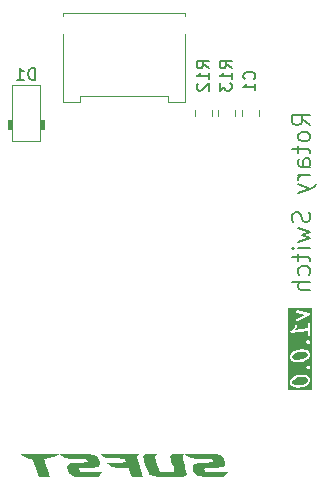
<source format=gbr>
%TF.GenerationSoftware,KiCad,Pcbnew,9.0.4*%
%TF.CreationDate,2026-01-01T20:18:17+00:00*%
%TF.ProjectId,rotary-switch,726f7461-7279-42d7-9377-697463682e6b,rev?*%
%TF.SameCoordinates,Original*%
%TF.FileFunction,Legend,Bot*%
%TF.FilePolarity,Positive*%
%FSLAX46Y46*%
G04 Gerber Fmt 4.6, Leading zero omitted, Abs format (unit mm)*
G04 Created by KiCad (PCBNEW 9.0.4) date 2026-01-01 20:18:17*
%MOMM*%
%LPD*%
G01*
G04 APERTURE LIST*
%ADD10C,0.200000*%
%ADD11C,0.150000*%
%ADD12C,0.120000*%
%ADD13C,0.000000*%
%ADD14C,0.100000*%
G04 APERTURE END LIST*
D10*
G36*
X126546226Y-64541844D02*
G01*
X126661017Y-64584891D01*
X126704977Y-64623355D01*
X126756028Y-64719076D01*
X126756028Y-64814580D01*
X126700266Y-64933075D01*
X126647980Y-64991896D01*
X126525813Y-65068250D01*
X126260513Y-65167738D01*
X125927457Y-65209370D01*
X125665827Y-65176666D01*
X125551038Y-65133620D01*
X125507080Y-65095156D01*
X125456028Y-64999434D01*
X125456028Y-64903931D01*
X125511791Y-64785434D01*
X125564074Y-64726615D01*
X125686239Y-64650262D01*
X125951544Y-64550773D01*
X126284600Y-64509141D01*
X126546226Y-64541844D01*
G37*
G36*
X126546226Y-62398987D02*
G01*
X126661017Y-62442034D01*
X126704977Y-62480498D01*
X126756028Y-62576219D01*
X126756028Y-62671723D01*
X126700266Y-62790218D01*
X126647980Y-62849039D01*
X126525813Y-62925393D01*
X126260513Y-63024881D01*
X125927457Y-63066513D01*
X125665827Y-63033809D01*
X125551038Y-62990763D01*
X125507080Y-62952299D01*
X125456028Y-62856577D01*
X125456028Y-62761074D01*
X125511791Y-62642577D01*
X125564074Y-62583758D01*
X125686239Y-62507405D01*
X125951544Y-62407916D01*
X126284600Y-62366284D01*
X126546226Y-62398987D01*
G37*
G36*
X127122695Y-65576557D02*
G01*
X125089361Y-65576557D01*
X125089361Y-64881577D01*
X125256028Y-64881577D01*
X125256028Y-65024434D01*
X125257949Y-65043943D01*
X125259829Y-65048483D01*
X125260307Y-65053375D01*
X125267793Y-65071493D01*
X125339222Y-65205422D01*
X125347311Y-65217553D01*
X125348189Y-65219328D01*
X125349244Y-65220451D01*
X125350097Y-65221731D01*
X125351622Y-65222984D01*
X125361606Y-65233620D01*
X125433035Y-65296121D01*
X125444688Y-65304452D01*
X125446181Y-65305847D01*
X125447647Y-65306568D01*
X125448982Y-65307522D01*
X125450923Y-65308178D01*
X125463773Y-65314496D01*
X125606630Y-65368067D01*
X125609184Y-65368748D01*
X125610218Y-65369336D01*
X125617942Y-65371083D01*
X125625571Y-65373118D01*
X125626755Y-65373077D01*
X125629338Y-65373662D01*
X125915054Y-65409377D01*
X125918750Y-65409473D01*
X125920264Y-65409890D01*
X125927457Y-65409701D01*
X125934650Y-65409890D01*
X125936163Y-65409473D01*
X125939861Y-65409377D01*
X126297003Y-65364734D01*
X126299585Y-65364149D01*
X126300771Y-65364190D01*
X126308405Y-65362154D01*
X126316123Y-65360408D01*
X126317155Y-65359820D01*
X126319712Y-65359139D01*
X126605427Y-65251996D01*
X126605635Y-65251893D01*
X126605752Y-65251874D01*
X126614397Y-65247585D01*
X126623019Y-65243347D01*
X126623104Y-65243266D01*
X126623314Y-65243163D01*
X126766171Y-65153877D01*
X126771405Y-65149841D01*
X126773515Y-65148819D01*
X126777452Y-65145179D01*
X126781697Y-65141908D01*
X126783057Y-65140000D01*
X126787912Y-65135514D01*
X126859340Y-65055157D01*
X126863288Y-65049725D01*
X126865037Y-65048134D01*
X126867750Y-65043585D01*
X126870866Y-65039300D01*
X126871641Y-65037065D01*
X126875082Y-65031299D01*
X126946510Y-64879513D01*
X126953079Y-64861043D01*
X126953191Y-64858652D01*
X126954107Y-64856443D01*
X126956028Y-64836934D01*
X126956028Y-64694077D01*
X126954107Y-64674568D01*
X126952226Y-64670027D01*
X126951749Y-64665136D01*
X126944263Y-64647018D01*
X126872835Y-64513090D01*
X126864741Y-64500952D01*
X126863867Y-64499183D01*
X126862815Y-64498062D01*
X126861960Y-64496780D01*
X126860430Y-64495522D01*
X126850450Y-64484891D01*
X126779021Y-64422391D01*
X126767371Y-64414062D01*
X126765876Y-64412665D01*
X126764405Y-64411942D01*
X126763074Y-64410990D01*
X126761135Y-64410334D01*
X126748284Y-64404016D01*
X126605427Y-64350444D01*
X126602869Y-64349761D01*
X126601837Y-64349175D01*
X126594121Y-64347429D01*
X126586485Y-64345393D01*
X126585299Y-64345433D01*
X126582717Y-64344849D01*
X126297003Y-64309135D01*
X126293306Y-64309038D01*
X126291793Y-64308622D01*
X126284599Y-64308810D01*
X126277407Y-64308622D01*
X126275893Y-64309038D01*
X126272196Y-64309135D01*
X125915053Y-64353778D01*
X125912470Y-64354362D01*
X125911286Y-64354322D01*
X125903657Y-64356356D01*
X125895933Y-64358104D01*
X125894899Y-64358691D01*
X125892345Y-64359373D01*
X125606630Y-64466516D01*
X125606418Y-64466619D01*
X125606304Y-64466639D01*
X125597719Y-64470896D01*
X125589037Y-64475165D01*
X125588951Y-64475245D01*
X125588742Y-64475349D01*
X125445885Y-64564634D01*
X125440648Y-64568671D01*
X125438541Y-64569693D01*
X125434605Y-64573329D01*
X125430360Y-64576603D01*
X125428999Y-64578510D01*
X125424144Y-64582998D01*
X125352716Y-64663355D01*
X125348768Y-64668785D01*
X125347020Y-64670377D01*
X125344303Y-64674930D01*
X125341191Y-64679212D01*
X125340417Y-64681442D01*
X125336975Y-64687211D01*
X125265546Y-64838997D01*
X125258977Y-64857467D01*
X125258864Y-64859858D01*
X125257949Y-64862068D01*
X125256028Y-64881577D01*
X125089361Y-64881577D01*
X125089361Y-63704741D01*
X126613430Y-63704741D01*
X126615450Y-63720907D01*
X126616407Y-63737168D01*
X126616580Y-63737525D01*
X126616607Y-63737924D01*
X126617905Y-63740549D01*
X126618269Y-63743457D01*
X126626319Y-63757614D01*
X126633429Y-63772278D01*
X126633728Y-63772544D01*
X126633904Y-63772899D01*
X126636713Y-63775892D01*
X126637557Y-63777375D01*
X126639589Y-63778956D01*
X126647321Y-63787192D01*
X126718750Y-63849692D01*
X126733501Y-63860238D01*
X126734021Y-63860700D01*
X126734266Y-63860785D01*
X126734697Y-63861093D01*
X126752831Y-63867225D01*
X126770884Y-63873489D01*
X126771281Y-63873465D01*
X126771658Y-63873593D01*
X126790674Y-63872324D01*
X126809835Y-63871198D01*
X126810195Y-63871023D01*
X126810590Y-63870997D01*
X126827672Y-63862549D01*
X126844944Y-63854175D01*
X126845332Y-63853815D01*
X126845565Y-63853701D01*
X126846021Y-63853178D01*
X126859341Y-63840870D01*
X126930769Y-63760513D01*
X126942295Y-63744655D01*
X126942424Y-63744280D01*
X126942687Y-63743981D01*
X126943626Y-63741203D01*
X126945424Y-63738892D01*
X126949743Y-63723183D01*
X126955083Y-63707793D01*
X126955059Y-63707395D01*
X126955187Y-63707019D01*
X126954992Y-63704098D01*
X126955770Y-63701270D01*
X126953747Y-63685094D01*
X126952792Y-63668842D01*
X126952618Y-63668483D01*
X126952592Y-63668088D01*
X126951293Y-63665462D01*
X126950930Y-63662553D01*
X126942876Y-63648391D01*
X126935769Y-63633732D01*
X126935472Y-63633468D01*
X126935296Y-63633112D01*
X126932483Y-63630116D01*
X126931642Y-63628636D01*
X126929611Y-63627056D01*
X126921879Y-63618820D01*
X126850451Y-63556320D01*
X126835694Y-63545769D01*
X126835179Y-63545311D01*
X126834935Y-63545226D01*
X126834504Y-63544918D01*
X126816349Y-63538778D01*
X126798316Y-63532522D01*
X126797918Y-63532545D01*
X126797542Y-63532418D01*
X126778397Y-63533694D01*
X126759365Y-63534814D01*
X126759009Y-63534986D01*
X126758610Y-63535013D01*
X126741373Y-63543536D01*
X126724256Y-63551836D01*
X126723869Y-63552192D01*
X126723635Y-63552309D01*
X126723173Y-63552836D01*
X126709859Y-63565141D01*
X126638430Y-63645497D01*
X126626905Y-63661355D01*
X126626774Y-63661730D01*
X126626512Y-63662031D01*
X126625573Y-63664807D01*
X126623775Y-63667119D01*
X126619456Y-63682825D01*
X126614116Y-63698218D01*
X126614139Y-63698616D01*
X126614012Y-63698993D01*
X126614206Y-63701915D01*
X126613430Y-63704741D01*
X125089361Y-63704741D01*
X125089361Y-62738720D01*
X125256028Y-62738720D01*
X125256028Y-62881577D01*
X125257949Y-62901086D01*
X125259829Y-62905626D01*
X125260307Y-62910518D01*
X125267793Y-62928636D01*
X125339222Y-63062565D01*
X125347311Y-63074696D01*
X125348189Y-63076471D01*
X125349244Y-63077594D01*
X125350097Y-63078874D01*
X125351622Y-63080127D01*
X125361606Y-63090763D01*
X125433035Y-63153264D01*
X125444688Y-63161595D01*
X125446181Y-63162990D01*
X125447647Y-63163711D01*
X125448982Y-63164665D01*
X125450923Y-63165321D01*
X125463773Y-63171639D01*
X125606630Y-63225210D01*
X125609184Y-63225891D01*
X125610218Y-63226479D01*
X125617942Y-63228226D01*
X125625571Y-63230261D01*
X125626755Y-63230220D01*
X125629338Y-63230805D01*
X125915054Y-63266520D01*
X125918750Y-63266616D01*
X125920264Y-63267033D01*
X125927457Y-63266844D01*
X125934650Y-63267033D01*
X125936163Y-63266616D01*
X125939861Y-63266520D01*
X126297003Y-63221877D01*
X126299585Y-63221292D01*
X126300771Y-63221333D01*
X126308405Y-63219297D01*
X126316123Y-63217551D01*
X126317155Y-63216963D01*
X126319712Y-63216282D01*
X126605427Y-63109139D01*
X126605635Y-63109036D01*
X126605752Y-63109017D01*
X126614397Y-63104728D01*
X126623019Y-63100490D01*
X126623104Y-63100409D01*
X126623314Y-63100306D01*
X126766171Y-63011020D01*
X126771405Y-63006984D01*
X126773515Y-63005962D01*
X126777452Y-63002322D01*
X126781697Y-62999051D01*
X126783057Y-62997143D01*
X126787912Y-62992657D01*
X126859340Y-62912300D01*
X126863288Y-62906868D01*
X126865037Y-62905277D01*
X126867750Y-62900728D01*
X126870866Y-62896443D01*
X126871641Y-62894208D01*
X126875082Y-62888442D01*
X126946510Y-62736656D01*
X126953079Y-62718186D01*
X126953191Y-62715795D01*
X126954107Y-62713586D01*
X126956028Y-62694077D01*
X126956028Y-62551220D01*
X126954107Y-62531711D01*
X126952226Y-62527170D01*
X126951749Y-62522279D01*
X126944263Y-62504161D01*
X126872835Y-62370233D01*
X126864741Y-62358095D01*
X126863867Y-62356326D01*
X126862815Y-62355205D01*
X126861960Y-62353923D01*
X126860430Y-62352665D01*
X126850450Y-62342034D01*
X126779021Y-62279534D01*
X126767371Y-62271205D01*
X126765876Y-62269808D01*
X126764405Y-62269085D01*
X126763074Y-62268133D01*
X126761135Y-62267477D01*
X126748284Y-62261159D01*
X126605427Y-62207587D01*
X126602869Y-62206904D01*
X126601837Y-62206318D01*
X126594121Y-62204572D01*
X126586485Y-62202536D01*
X126585299Y-62202576D01*
X126582717Y-62201992D01*
X126297003Y-62166278D01*
X126293306Y-62166181D01*
X126291793Y-62165765D01*
X126284599Y-62165953D01*
X126277407Y-62165765D01*
X126275893Y-62166181D01*
X126272196Y-62166278D01*
X125915053Y-62210921D01*
X125912470Y-62211505D01*
X125911286Y-62211465D01*
X125903657Y-62213499D01*
X125895933Y-62215247D01*
X125894899Y-62215834D01*
X125892345Y-62216516D01*
X125606630Y-62323659D01*
X125606418Y-62323762D01*
X125606304Y-62323782D01*
X125597719Y-62328039D01*
X125589037Y-62332308D01*
X125588951Y-62332388D01*
X125588742Y-62332492D01*
X125445885Y-62421777D01*
X125440648Y-62425814D01*
X125438541Y-62426836D01*
X125434605Y-62430472D01*
X125430360Y-62433746D01*
X125428999Y-62435653D01*
X125424144Y-62440141D01*
X125352716Y-62520498D01*
X125348768Y-62525928D01*
X125347020Y-62527520D01*
X125344303Y-62532073D01*
X125341191Y-62536355D01*
X125340417Y-62538585D01*
X125336975Y-62544354D01*
X125265546Y-62696140D01*
X125258977Y-62714610D01*
X125258864Y-62717001D01*
X125257949Y-62719211D01*
X125256028Y-62738720D01*
X125089361Y-62738720D01*
X125089361Y-61561884D01*
X126613430Y-61561884D01*
X126615450Y-61578050D01*
X126616407Y-61594311D01*
X126616580Y-61594668D01*
X126616607Y-61595067D01*
X126617905Y-61597692D01*
X126618269Y-61600600D01*
X126626319Y-61614757D01*
X126633429Y-61629421D01*
X126633728Y-61629687D01*
X126633904Y-61630042D01*
X126636713Y-61633035D01*
X126637557Y-61634518D01*
X126639589Y-61636099D01*
X126647321Y-61644335D01*
X126718750Y-61706835D01*
X126733501Y-61717381D01*
X126734021Y-61717843D01*
X126734266Y-61717928D01*
X126734697Y-61718236D01*
X126752831Y-61724368D01*
X126770884Y-61730632D01*
X126771281Y-61730608D01*
X126771658Y-61730736D01*
X126790674Y-61729467D01*
X126809835Y-61728341D01*
X126810195Y-61728166D01*
X126810590Y-61728140D01*
X126827672Y-61719692D01*
X126844944Y-61711318D01*
X126845332Y-61710958D01*
X126845565Y-61710844D01*
X126846021Y-61710321D01*
X126859341Y-61698013D01*
X126930769Y-61617656D01*
X126942295Y-61601798D01*
X126942424Y-61601423D01*
X126942687Y-61601124D01*
X126943626Y-61598346D01*
X126945424Y-61596035D01*
X126949743Y-61580326D01*
X126955083Y-61564936D01*
X126955059Y-61564538D01*
X126955187Y-61564162D01*
X126954992Y-61561241D01*
X126955770Y-61558413D01*
X126953747Y-61542237D01*
X126952792Y-61525985D01*
X126952618Y-61525626D01*
X126952592Y-61525231D01*
X126951293Y-61522605D01*
X126950930Y-61519696D01*
X126942876Y-61505534D01*
X126935769Y-61490875D01*
X126935472Y-61490611D01*
X126935296Y-61490255D01*
X126932483Y-61487259D01*
X126931642Y-61485779D01*
X126929611Y-61484199D01*
X126921879Y-61475963D01*
X126850451Y-61413463D01*
X126835694Y-61402912D01*
X126835179Y-61402454D01*
X126834935Y-61402369D01*
X126834504Y-61402061D01*
X126816349Y-61395921D01*
X126798316Y-61389665D01*
X126797918Y-61389688D01*
X126797542Y-61389561D01*
X126778397Y-61390837D01*
X126759365Y-61391957D01*
X126759009Y-61392129D01*
X126758610Y-61392156D01*
X126741373Y-61400679D01*
X126724256Y-61408979D01*
X126723869Y-61409335D01*
X126723635Y-61409452D01*
X126723173Y-61409979D01*
X126709859Y-61422284D01*
X126638430Y-61502640D01*
X126626905Y-61518498D01*
X126626774Y-61518873D01*
X126626512Y-61519174D01*
X126625573Y-61521950D01*
X126623775Y-61524262D01*
X126619456Y-61539968D01*
X126614116Y-61555361D01*
X126614139Y-61555759D01*
X126614012Y-61556136D01*
X126614206Y-61559058D01*
X126613430Y-61561884D01*
X125089361Y-61561884D01*
X125089361Y-60660099D01*
X125256287Y-60660099D01*
X125257239Y-60667718D01*
X125256353Y-60675342D01*
X125259635Y-60686892D01*
X125261126Y-60698816D01*
X125264921Y-60705490D01*
X125267020Y-60712874D01*
X125274477Y-60722293D01*
X125280414Y-60732733D01*
X125286472Y-60737445D01*
X125291239Y-60743466D01*
X125301733Y-60749314D01*
X125311213Y-60756688D01*
X125318614Y-60758723D01*
X125325321Y-60762461D01*
X125337252Y-60763848D01*
X125348835Y-60767033D01*
X125361739Y-60766695D01*
X125364078Y-60766967D01*
X125365368Y-60766600D01*
X125368431Y-60766520D01*
X126756028Y-60593070D01*
X126756028Y-60908363D01*
X126757949Y-60927872D01*
X126772881Y-60963920D01*
X126800471Y-60991510D01*
X126836519Y-61006442D01*
X126875537Y-61006442D01*
X126911585Y-60991510D01*
X126939175Y-60963920D01*
X126954107Y-60927872D01*
X126956028Y-60908363D01*
X126956028Y-60051220D01*
X126954107Y-60031711D01*
X126939175Y-59995663D01*
X126911585Y-59968073D01*
X126875537Y-59953141D01*
X126836519Y-59953141D01*
X126800471Y-59968073D01*
X126772881Y-59995663D01*
X126757949Y-60031711D01*
X126756028Y-60051220D01*
X126756028Y-60391513D01*
X125678755Y-60526172D01*
X125787912Y-60403372D01*
X125791860Y-60397939D01*
X125793608Y-60396349D01*
X125796323Y-60391797D01*
X125799437Y-60387514D01*
X125800210Y-60385283D01*
X125803653Y-60379515D01*
X125875082Y-60227729D01*
X125881651Y-60209259D01*
X125883489Y-60170284D01*
X125870273Y-60133572D01*
X125844014Y-60104712D01*
X125808710Y-60088099D01*
X125769735Y-60086260D01*
X125733023Y-60099476D01*
X125704163Y-60125735D01*
X125694118Y-60142569D01*
X125628836Y-60281291D01*
X125501386Y-60424672D01*
X125293958Y-60588887D01*
X125291754Y-60591013D01*
X125290587Y-60591678D01*
X125289140Y-60593537D01*
X125279854Y-60602503D01*
X125274005Y-60612997D01*
X125266632Y-60622477D01*
X125264596Y-60629878D01*
X125260859Y-60636585D01*
X125259471Y-60648516D01*
X125256287Y-60660099D01*
X125089361Y-60660099D01*
X125089361Y-58958760D01*
X125756078Y-58958760D01*
X125762472Y-58997251D01*
X125783108Y-59030365D01*
X125814846Y-59053062D01*
X125833415Y-59059345D01*
X126556881Y-59227292D01*
X125812598Y-59586143D01*
X125795859Y-59596346D01*
X125769873Y-59625452D01*
X125757003Y-59662287D01*
X125759209Y-59701242D01*
X125776154Y-59736389D01*
X125805260Y-59762375D01*
X125842095Y-59775245D01*
X125881050Y-59773039D01*
X125899458Y-59766297D01*
X126899458Y-59284155D01*
X126916197Y-59273952D01*
X126919830Y-59269882D01*
X126924459Y-59266998D01*
X126932722Y-59255442D01*
X126942183Y-59244846D01*
X126943982Y-59239697D01*
X126947155Y-59235260D01*
X126950367Y-59221420D01*
X126955053Y-59208011D01*
X126954744Y-59202565D01*
X126955978Y-59197253D01*
X126953651Y-59183243D01*
X126952848Y-59169055D01*
X126950478Y-59164140D01*
X126949585Y-59158762D01*
X126942074Y-59146710D01*
X126935902Y-59133909D01*
X126931831Y-59130274D01*
X126928948Y-59125648D01*
X126917394Y-59117385D01*
X126906796Y-59107923D01*
X126901648Y-59106124D01*
X126897211Y-59102951D01*
X126878641Y-59096668D01*
X125878641Y-58864525D01*
X125859203Y-58861985D01*
X125820712Y-58868379D01*
X125787598Y-58889015D01*
X125764901Y-58920753D01*
X125756078Y-58958760D01*
X125089361Y-58958760D01*
X125089361Y-58695318D01*
X127122695Y-58695318D01*
X127122695Y-65576557D01*
G37*
X126956027Y-43195862D02*
X126241741Y-42695862D01*
X126956027Y-42338719D02*
X125456027Y-42338719D01*
X125456027Y-42338719D02*
X125456027Y-42910148D01*
X125456027Y-42910148D02*
X125527456Y-43053005D01*
X125527456Y-43053005D02*
X125598884Y-43124434D01*
X125598884Y-43124434D02*
X125741741Y-43195862D01*
X125741741Y-43195862D02*
X125956027Y-43195862D01*
X125956027Y-43195862D02*
X126098884Y-43124434D01*
X126098884Y-43124434D02*
X126170313Y-43053005D01*
X126170313Y-43053005D02*
X126241741Y-42910148D01*
X126241741Y-42910148D02*
X126241741Y-42338719D01*
X126956027Y-44053005D02*
X126884599Y-43910148D01*
X126884599Y-43910148D02*
X126813170Y-43838719D01*
X126813170Y-43838719D02*
X126670313Y-43767291D01*
X126670313Y-43767291D02*
X126241741Y-43767291D01*
X126241741Y-43767291D02*
X126098884Y-43838719D01*
X126098884Y-43838719D02*
X126027456Y-43910148D01*
X126027456Y-43910148D02*
X125956027Y-44053005D01*
X125956027Y-44053005D02*
X125956027Y-44267291D01*
X125956027Y-44267291D02*
X126027456Y-44410148D01*
X126027456Y-44410148D02*
X126098884Y-44481577D01*
X126098884Y-44481577D02*
X126241741Y-44553005D01*
X126241741Y-44553005D02*
X126670313Y-44553005D01*
X126670313Y-44553005D02*
X126813170Y-44481577D01*
X126813170Y-44481577D02*
X126884599Y-44410148D01*
X126884599Y-44410148D02*
X126956027Y-44267291D01*
X126956027Y-44267291D02*
X126956027Y-44053005D01*
X125956027Y-44981577D02*
X125956027Y-45553005D01*
X125456027Y-45195862D02*
X126741741Y-45195862D01*
X126741741Y-45195862D02*
X126884599Y-45267291D01*
X126884599Y-45267291D02*
X126956027Y-45410148D01*
X126956027Y-45410148D02*
X126956027Y-45553005D01*
X126956027Y-46695863D02*
X126170313Y-46695863D01*
X126170313Y-46695863D02*
X126027456Y-46624434D01*
X126027456Y-46624434D02*
X125956027Y-46481577D01*
X125956027Y-46481577D02*
X125956027Y-46195863D01*
X125956027Y-46195863D02*
X126027456Y-46053005D01*
X126884599Y-46695863D02*
X126956027Y-46553005D01*
X126956027Y-46553005D02*
X126956027Y-46195863D01*
X126956027Y-46195863D02*
X126884599Y-46053005D01*
X126884599Y-46053005D02*
X126741741Y-45981577D01*
X126741741Y-45981577D02*
X126598884Y-45981577D01*
X126598884Y-45981577D02*
X126456027Y-46053005D01*
X126456027Y-46053005D02*
X126384599Y-46195863D01*
X126384599Y-46195863D02*
X126384599Y-46553005D01*
X126384599Y-46553005D02*
X126313170Y-46695863D01*
X126956027Y-47410148D02*
X125956027Y-47410148D01*
X126241741Y-47410148D02*
X126098884Y-47481577D01*
X126098884Y-47481577D02*
X126027456Y-47553006D01*
X126027456Y-47553006D02*
X125956027Y-47695863D01*
X125956027Y-47695863D02*
X125956027Y-47838720D01*
X125956027Y-48195862D02*
X126956027Y-48553005D01*
X125956027Y-48910148D02*
X126956027Y-48553005D01*
X126956027Y-48553005D02*
X127313170Y-48410148D01*
X127313170Y-48410148D02*
X127384599Y-48338719D01*
X127384599Y-48338719D02*
X127456027Y-48195862D01*
X126884599Y-50553005D02*
X126956027Y-50767291D01*
X126956027Y-50767291D02*
X126956027Y-51124433D01*
X126956027Y-51124433D02*
X126884599Y-51267291D01*
X126884599Y-51267291D02*
X126813170Y-51338719D01*
X126813170Y-51338719D02*
X126670313Y-51410148D01*
X126670313Y-51410148D02*
X126527456Y-51410148D01*
X126527456Y-51410148D02*
X126384599Y-51338719D01*
X126384599Y-51338719D02*
X126313170Y-51267291D01*
X126313170Y-51267291D02*
X126241741Y-51124433D01*
X126241741Y-51124433D02*
X126170313Y-50838719D01*
X126170313Y-50838719D02*
X126098884Y-50695862D01*
X126098884Y-50695862D02*
X126027456Y-50624433D01*
X126027456Y-50624433D02*
X125884599Y-50553005D01*
X125884599Y-50553005D02*
X125741741Y-50553005D01*
X125741741Y-50553005D02*
X125598884Y-50624433D01*
X125598884Y-50624433D02*
X125527456Y-50695862D01*
X125527456Y-50695862D02*
X125456027Y-50838719D01*
X125456027Y-50838719D02*
X125456027Y-51195862D01*
X125456027Y-51195862D02*
X125527456Y-51410148D01*
X125956027Y-51910147D02*
X126956027Y-52195862D01*
X126956027Y-52195862D02*
X126241741Y-52481576D01*
X126241741Y-52481576D02*
X126956027Y-52767290D01*
X126956027Y-52767290D02*
X125956027Y-53053004D01*
X126956027Y-53624433D02*
X125956027Y-53624433D01*
X125456027Y-53624433D02*
X125527456Y-53553005D01*
X125527456Y-53553005D02*
X125598884Y-53624433D01*
X125598884Y-53624433D02*
X125527456Y-53695862D01*
X125527456Y-53695862D02*
X125456027Y-53624433D01*
X125456027Y-53624433D02*
X125598884Y-53624433D01*
X125956027Y-54124434D02*
X125956027Y-54695862D01*
X125456027Y-54338719D02*
X126741741Y-54338719D01*
X126741741Y-54338719D02*
X126884599Y-54410148D01*
X126884599Y-54410148D02*
X126956027Y-54553005D01*
X126956027Y-54553005D02*
X126956027Y-54695862D01*
X126884599Y-55838720D02*
X126956027Y-55695862D01*
X126956027Y-55695862D02*
X126956027Y-55410148D01*
X126956027Y-55410148D02*
X126884599Y-55267291D01*
X126884599Y-55267291D02*
X126813170Y-55195862D01*
X126813170Y-55195862D02*
X126670313Y-55124434D01*
X126670313Y-55124434D02*
X126241741Y-55124434D01*
X126241741Y-55124434D02*
X126098884Y-55195862D01*
X126098884Y-55195862D02*
X126027456Y-55267291D01*
X126027456Y-55267291D02*
X125956027Y-55410148D01*
X125956027Y-55410148D02*
X125956027Y-55695862D01*
X125956027Y-55695862D02*
X126027456Y-55838720D01*
X126956027Y-56481576D02*
X125456027Y-56481576D01*
X126956027Y-57124434D02*
X126170313Y-57124434D01*
X126170313Y-57124434D02*
X126027456Y-57053005D01*
X126027456Y-57053005D02*
X125956027Y-56910148D01*
X125956027Y-56910148D02*
X125956027Y-56695862D01*
X125956027Y-56695862D02*
X126027456Y-56553005D01*
X126027456Y-56553005D02*
X126098884Y-56481576D01*
D11*
X122209582Y-39283333D02*
X122257202Y-39235714D01*
X122257202Y-39235714D02*
X122304821Y-39092857D01*
X122304821Y-39092857D02*
X122304821Y-38997619D01*
X122304821Y-38997619D02*
X122257202Y-38854762D01*
X122257202Y-38854762D02*
X122161963Y-38759524D01*
X122161963Y-38759524D02*
X122066725Y-38711905D01*
X122066725Y-38711905D02*
X121876249Y-38664286D01*
X121876249Y-38664286D02*
X121733392Y-38664286D01*
X121733392Y-38664286D02*
X121542916Y-38711905D01*
X121542916Y-38711905D02*
X121447678Y-38759524D01*
X121447678Y-38759524D02*
X121352440Y-38854762D01*
X121352440Y-38854762D02*
X121304821Y-38997619D01*
X121304821Y-38997619D02*
X121304821Y-39092857D01*
X121304821Y-39092857D02*
X121352440Y-39235714D01*
X121352440Y-39235714D02*
X121400059Y-39283333D01*
X122304821Y-40235714D02*
X122304821Y-39664286D01*
X122304821Y-39950000D02*
X121304821Y-39950000D01*
X121304821Y-39950000D02*
X121447678Y-39854762D01*
X121447678Y-39854762D02*
X121542916Y-39759524D01*
X121542916Y-39759524D02*
X121590535Y-39664286D01*
X118354822Y-38357143D02*
X117878631Y-38023810D01*
X118354822Y-37785715D02*
X117354822Y-37785715D01*
X117354822Y-37785715D02*
X117354822Y-38166667D01*
X117354822Y-38166667D02*
X117402441Y-38261905D01*
X117402441Y-38261905D02*
X117450060Y-38309524D01*
X117450060Y-38309524D02*
X117545298Y-38357143D01*
X117545298Y-38357143D02*
X117688155Y-38357143D01*
X117688155Y-38357143D02*
X117783393Y-38309524D01*
X117783393Y-38309524D02*
X117831012Y-38261905D01*
X117831012Y-38261905D02*
X117878631Y-38166667D01*
X117878631Y-38166667D02*
X117878631Y-37785715D01*
X118354822Y-39309524D02*
X118354822Y-38738096D01*
X118354822Y-39023810D02*
X117354822Y-39023810D01*
X117354822Y-39023810D02*
X117497679Y-38928572D01*
X117497679Y-38928572D02*
X117592917Y-38833334D01*
X117592917Y-38833334D02*
X117640536Y-38738096D01*
X117450060Y-39690477D02*
X117402441Y-39738096D01*
X117402441Y-39738096D02*
X117354822Y-39833334D01*
X117354822Y-39833334D02*
X117354822Y-40071429D01*
X117354822Y-40071429D02*
X117402441Y-40166667D01*
X117402441Y-40166667D02*
X117450060Y-40214286D01*
X117450060Y-40214286D02*
X117545298Y-40261905D01*
X117545298Y-40261905D02*
X117640536Y-40261905D01*
X117640536Y-40261905D02*
X117783393Y-40214286D01*
X117783393Y-40214286D02*
X118354822Y-39642858D01*
X118354822Y-39642858D02*
X118354822Y-40261905D01*
X120304822Y-38357143D02*
X119828631Y-38023810D01*
X120304822Y-37785715D02*
X119304822Y-37785715D01*
X119304822Y-37785715D02*
X119304822Y-38166667D01*
X119304822Y-38166667D02*
X119352441Y-38261905D01*
X119352441Y-38261905D02*
X119400060Y-38309524D01*
X119400060Y-38309524D02*
X119495298Y-38357143D01*
X119495298Y-38357143D02*
X119638155Y-38357143D01*
X119638155Y-38357143D02*
X119733393Y-38309524D01*
X119733393Y-38309524D02*
X119781012Y-38261905D01*
X119781012Y-38261905D02*
X119828631Y-38166667D01*
X119828631Y-38166667D02*
X119828631Y-37785715D01*
X120304822Y-39309524D02*
X120304822Y-38738096D01*
X120304822Y-39023810D02*
X119304822Y-39023810D01*
X119304822Y-39023810D02*
X119447679Y-38928572D01*
X119447679Y-38928572D02*
X119542917Y-38833334D01*
X119542917Y-38833334D02*
X119590536Y-38738096D01*
X119304822Y-39642858D02*
X119304822Y-40261905D01*
X119304822Y-40261905D02*
X119685774Y-39928572D01*
X119685774Y-39928572D02*
X119685774Y-40071429D01*
X119685774Y-40071429D02*
X119733393Y-40166667D01*
X119733393Y-40166667D02*
X119781012Y-40214286D01*
X119781012Y-40214286D02*
X119876250Y-40261905D01*
X119876250Y-40261905D02*
X120114345Y-40261905D01*
X120114345Y-40261905D02*
X120209583Y-40214286D01*
X120209583Y-40214286D02*
X120257203Y-40166667D01*
X120257203Y-40166667D02*
X120304822Y-40071429D01*
X120304822Y-40071429D02*
X120304822Y-39785715D01*
X120304822Y-39785715D02*
X120257203Y-39690477D01*
X120257203Y-39690477D02*
X120209583Y-39642858D01*
X103638094Y-39354819D02*
X103638094Y-38354819D01*
X103638094Y-38354819D02*
X103399999Y-38354819D01*
X103399999Y-38354819D02*
X103257142Y-38402438D01*
X103257142Y-38402438D02*
X103161904Y-38497676D01*
X103161904Y-38497676D02*
X103114285Y-38592914D01*
X103114285Y-38592914D02*
X103066666Y-38783390D01*
X103066666Y-38783390D02*
X103066666Y-38926247D01*
X103066666Y-38926247D02*
X103114285Y-39116723D01*
X103114285Y-39116723D02*
X103161904Y-39211961D01*
X103161904Y-39211961D02*
X103257142Y-39307200D01*
X103257142Y-39307200D02*
X103399999Y-39354819D01*
X103399999Y-39354819D02*
X103638094Y-39354819D01*
X102114285Y-39354819D02*
X102685713Y-39354819D01*
X102399999Y-39354819D02*
X102399999Y-38354819D01*
X102399999Y-38354819D02*
X102495237Y-38497676D01*
X102495237Y-38497676D02*
X102590475Y-38592914D01*
X102590475Y-38592914D02*
X102685713Y-38640533D01*
D12*
%TO.C,J1*%
X116378997Y-33659998D02*
X116378997Y-33960003D01*
X116378994Y-41250000D02*
X116379007Y-35500000D01*
X114958996Y-40750002D02*
X114958993Y-41249995D01*
X114958993Y-41249995D02*
X116378994Y-41250000D01*
X107428999Y-40750000D02*
X114958996Y-40750002D01*
X107428997Y-41250000D02*
X107428999Y-40750000D01*
X106009002Y-33659998D02*
X116378997Y-33659998D01*
X106009010Y-33959999D02*
X106009002Y-33659998D01*
X106008997Y-35499999D02*
X106008998Y-41249998D01*
X106008998Y-41249998D02*
X107428997Y-41250000D01*
%TO.C,C1*%
X121165001Y-41888748D02*
X121165001Y-42411250D01*
X122634999Y-41888750D02*
X122634999Y-42411252D01*
D13*
%TO.C,G\u002A\u002A\u002A*%
G36*
X117654407Y-70999144D02*
G01*
X118107095Y-71001481D01*
X118480765Y-71009335D01*
X118784274Y-71025044D01*
X119026485Y-71050946D01*
X119216255Y-71089376D01*
X119362446Y-71142674D01*
X119473916Y-71213176D01*
X119559526Y-71303220D01*
X119628135Y-71415143D01*
X119688604Y-71551283D01*
X119729939Y-71665148D01*
X119765011Y-71824073D01*
X119751755Y-71947699D01*
X119683465Y-72040490D01*
X119553435Y-72106915D01*
X119354961Y-72151441D01*
X119081338Y-72178533D01*
X118725860Y-72192661D01*
X118492578Y-72199127D01*
X118272620Y-72210562D01*
X118124845Y-72229041D01*
X118039915Y-72258153D01*
X118008492Y-72301487D01*
X118021237Y-72362632D01*
X118068814Y-72445176D01*
X118141456Y-72556041D01*
X119054987Y-72556041D01*
X119968517Y-72556041D01*
X119777378Y-72782722D01*
X119586238Y-73009403D01*
X118651525Y-72989026D01*
X118496622Y-72985362D01*
X118160713Y-72974128D01*
X117897137Y-72958414D01*
X117693974Y-72936090D01*
X117539301Y-72905027D01*
X117421198Y-72863093D01*
X117327744Y-72808160D01*
X117247017Y-72738097D01*
X117228336Y-72717941D01*
X117143868Y-72591799D01*
X117070798Y-72433008D01*
X117018150Y-72268538D01*
X116994948Y-72125356D01*
X117010218Y-72030434D01*
X117040500Y-71987940D01*
X117133161Y-71909713D01*
X117270140Y-71851059D01*
X117462501Y-71809169D01*
X117721310Y-71781232D01*
X118057629Y-71764439D01*
X118268816Y-71757023D01*
X118464679Y-71747346D01*
X118594646Y-71735550D01*
X118671570Y-71719773D01*
X118708301Y-71698154D01*
X118717688Y-71668832D01*
X118717463Y-71650410D01*
X118708292Y-71581297D01*
X118677460Y-71529754D01*
X118613751Y-71492903D01*
X118505945Y-71467864D01*
X118342827Y-71451761D01*
X118113177Y-71441714D01*
X117805779Y-71434846D01*
X117650916Y-71431890D01*
X117396332Y-71425181D01*
X117206685Y-71415971D01*
X117065898Y-71402427D01*
X116957892Y-71382716D01*
X116866592Y-71355005D01*
X116775918Y-71317462D01*
X116687422Y-71273529D01*
X116544919Y-71186925D01*
X116445659Y-71106737D01*
X116344562Y-70999124D01*
X117595661Y-70999124D01*
X117654407Y-70999144D01*
G37*
G36*
X113921239Y-71102078D02*
G01*
X113853388Y-71196120D01*
X113824518Y-71280512D01*
X113836376Y-71360768D01*
X113872143Y-71505789D01*
X113925151Y-71690505D01*
X113988629Y-71893993D01*
X114055805Y-72095331D01*
X114119909Y-72273598D01*
X114174170Y-72407871D01*
X114211816Y-72477228D01*
X114223387Y-72488936D01*
X114269209Y-72517994D01*
X114341955Y-72537396D01*
X114457129Y-72548979D01*
X114630234Y-72554582D01*
X114876772Y-72556041D01*
X115020896Y-72556513D01*
X115225111Y-72554933D01*
X115362488Y-72539993D01*
X115440047Y-72499677D01*
X115464806Y-72421968D01*
X115443783Y-72294848D01*
X115383998Y-72106300D01*
X115292469Y-71844307D01*
X115208636Y-71597502D01*
X115153826Y-71417687D01*
X115126424Y-71291098D01*
X115124380Y-71202713D01*
X115145640Y-71137512D01*
X115188155Y-71080472D01*
X115191903Y-71076424D01*
X115235550Y-71042747D01*
X115301512Y-71020563D01*
X115406441Y-71007721D01*
X115566987Y-71002069D01*
X115799802Y-71001457D01*
X115954187Y-71002395D01*
X116127074Y-71005467D01*
X116230206Y-71012202D01*
X116275250Y-71024522D01*
X116273873Y-71044350D01*
X116237741Y-71073608D01*
X116209442Y-71095353D01*
X116167194Y-71146627D01*
X116147395Y-71217444D01*
X116151190Y-71320772D01*
X116179723Y-71469580D01*
X116234141Y-71676839D01*
X116315587Y-71955516D01*
X116333243Y-72015073D01*
X116396110Y-72236527D01*
X116447003Y-72430401D01*
X116481085Y-72577578D01*
X116493520Y-72658940D01*
X116485381Y-72725811D01*
X116431670Y-72812084D01*
X116316051Y-72879861D01*
X116125006Y-72939430D01*
X116117935Y-72941172D01*
X115993580Y-72962276D01*
X115818289Y-72976729D01*
X115582594Y-72984871D01*
X115277027Y-72987041D01*
X114892119Y-72983578D01*
X114718167Y-72980655D01*
X114354376Y-72970393D01*
X114064276Y-72954161D01*
X113837096Y-72930121D01*
X113662065Y-72896437D01*
X113528413Y-72851270D01*
X113425368Y-72792783D01*
X113342159Y-72719138D01*
X113300547Y-72649100D01*
X113238427Y-72512206D01*
X113162792Y-72327163D01*
X113080360Y-72112386D01*
X112997850Y-71886288D01*
X112921981Y-71667284D01*
X112859471Y-71473789D01*
X112817038Y-71324216D01*
X112801401Y-71236981D01*
X112824590Y-71173550D01*
X112890368Y-71088090D01*
X112896477Y-71082106D01*
X112945483Y-71045313D01*
X113012463Y-71021213D01*
X113115156Y-71007211D01*
X113271304Y-71000713D01*
X113498647Y-70999124D01*
X114017960Y-70999124D01*
X113921239Y-71102078D01*
G37*
G36*
X112351989Y-71129253D02*
G01*
X112255779Y-71259383D01*
X112528590Y-72103630D01*
X112543441Y-72149628D01*
X112625262Y-72404619D01*
X112696110Y-72627982D01*
X112751844Y-72806475D01*
X112788322Y-72926855D01*
X112801401Y-72975881D01*
X112773860Y-72984501D01*
X112673747Y-72991512D01*
X112517582Y-72993959D01*
X112323513Y-72991259D01*
X111845625Y-72978633D01*
X111711587Y-72600525D01*
X111577549Y-72222416D01*
X110932820Y-72200174D01*
X110903123Y-72199143D01*
X110655248Y-72189342D01*
X110476212Y-72178020D01*
X110347759Y-72162061D01*
X110251631Y-72138349D01*
X110169574Y-72103769D01*
X110083330Y-72055206D01*
X110009786Y-72008755D01*
X109883286Y-71918315D01*
X109798415Y-71843910D01*
X109785137Y-71828996D01*
X109766794Y-71801844D01*
X109773004Y-71782350D01*
X109814503Y-71769245D01*
X109902026Y-71761259D01*
X110046309Y-71757126D01*
X110258088Y-71755575D01*
X110548097Y-71755341D01*
X110761325Y-71755027D01*
X111015525Y-71752111D01*
X111195511Y-71743837D01*
X111310160Y-71727479D01*
X111368349Y-71700315D01*
X111378955Y-71659619D01*
X111350857Y-71602665D01*
X111292930Y-71526731D01*
X111264412Y-71494356D01*
X111224219Y-71464313D01*
X111165060Y-71442810D01*
X111072941Y-71427709D01*
X110933865Y-71416877D01*
X110733839Y-71408177D01*
X110458867Y-71399474D01*
X110253651Y-71393081D01*
X110029990Y-71384064D01*
X109867556Y-71372832D01*
X109750148Y-71356971D01*
X109661566Y-71334066D01*
X109585612Y-71301703D01*
X109506086Y-71257467D01*
X109491841Y-71249100D01*
X109384028Y-71185413D01*
X109303330Y-71133573D01*
X109255932Y-71092361D01*
X109248020Y-71060560D01*
X109285779Y-71036951D01*
X109375393Y-71020317D01*
X109523048Y-71009439D01*
X109734928Y-71003099D01*
X110017220Y-71000078D01*
X110376108Y-70999159D01*
X110817776Y-70999124D01*
X112448198Y-70999124D01*
X112351989Y-71129253D01*
G37*
G36*
X106999689Y-71000211D02*
G01*
X107209127Y-71000725D01*
X107645418Y-71005501D01*
X108004978Y-71017619D01*
X108296367Y-71039975D01*
X108528146Y-71075465D01*
X108708877Y-71126984D01*
X108847118Y-71197428D01*
X108951432Y-71289693D01*
X109030378Y-71406675D01*
X109092518Y-71551270D01*
X109146412Y-71726372D01*
X109146993Y-71728487D01*
X109171319Y-71846094D01*
X109155282Y-71922922D01*
X109090350Y-72000734D01*
X109066338Y-72023272D01*
X108961266Y-72093696D01*
X108822071Y-72143997D01*
X108635171Y-72176820D01*
X108386982Y-72194808D01*
X108063923Y-72200607D01*
X108030116Y-72200717D01*
X107812526Y-72204160D01*
X107628268Y-72211593D01*
X107495885Y-72222019D01*
X107433920Y-72234442D01*
X107421643Y-72244328D01*
X107407651Y-72301985D01*
X107442510Y-72410785D01*
X107502821Y-72554221D01*
X108428381Y-72566252D01*
X109353941Y-72578283D01*
X109155277Y-72793857D01*
X108956614Y-73009432D01*
X108020951Y-72994032D01*
X107774785Y-72989806D01*
X107520893Y-72984125D01*
X107330707Y-72976729D01*
X107189923Y-72965946D01*
X107084232Y-72950107D01*
X106999330Y-72927542D01*
X106920910Y-72896582D01*
X106834665Y-72855555D01*
X106748261Y-72811243D01*
X106631594Y-72734096D01*
X106554188Y-72642283D01*
X106486821Y-72506481D01*
X106446457Y-72405286D01*
X106392060Y-72195634D01*
X106402233Y-72039284D01*
X106476881Y-71930712D01*
X106542739Y-71891460D01*
X106717607Y-71834705D01*
X106961628Y-71791857D01*
X107262767Y-71764780D01*
X107608987Y-71755341D01*
X107761137Y-71753448D01*
X107931665Y-71745998D01*
X108052123Y-71734210D01*
X108103068Y-71719494D01*
X108103851Y-71667089D01*
X108071142Y-71574924D01*
X108062746Y-71558380D01*
X108040042Y-71524268D01*
X108004829Y-71499221D01*
X107944367Y-71481313D01*
X107845922Y-71468619D01*
X107696754Y-71459216D01*
X107484129Y-71451178D01*
X107195308Y-71442582D01*
X106892939Y-71431584D01*
X106606865Y-71413035D01*
X106384739Y-71385312D01*
X106213044Y-71345100D01*
X106078261Y-71289083D01*
X105966873Y-71213947D01*
X105865363Y-71116374D01*
X105757522Y-70999124D01*
X106999689Y-71000211D01*
G37*
G36*
X105625450Y-71089657D02*
G01*
X105451613Y-71200652D01*
X105152653Y-71321590D01*
X104792305Y-71404339D01*
X104761650Y-71409281D01*
X104607174Y-71435007D01*
X104495909Y-71454906D01*
X104450199Y-71465014D01*
X104456590Y-71494758D01*
X104486870Y-71596568D01*
X104537725Y-71757511D01*
X104604800Y-71963841D01*
X104683737Y-72201816D01*
X104748890Y-72397790D01*
X104820260Y-72615959D01*
X104876954Y-72793284D01*
X104914354Y-72915290D01*
X104927846Y-72967501D01*
X104901152Y-72978794D01*
X104801944Y-72988769D01*
X104646571Y-72993228D01*
X104453240Y-72991259D01*
X103978633Y-72978633D01*
X103708143Y-72214868D01*
X103437653Y-71451102D01*
X103237478Y-71422781D01*
X103186773Y-71413935D01*
X102995098Y-71359172D01*
X102796321Y-71277052D01*
X102621993Y-71181957D01*
X102503667Y-71088272D01*
X102491659Y-71074705D01*
X102478369Y-71054242D01*
X102482030Y-71037853D01*
X102510644Y-71025084D01*
X102572213Y-71015484D01*
X102674738Y-71008602D01*
X102826221Y-71003984D01*
X103034663Y-71001180D01*
X103308067Y-70999736D01*
X103654434Y-70999201D01*
X104081767Y-70999124D01*
X105740544Y-70999124D01*
X105625450Y-71089657D01*
G37*
D12*
%TO.C,R12*%
X118634995Y-42377048D02*
X118634997Y-41922921D01*
X117165003Y-42377079D02*
X117165005Y-41922952D01*
%TO.C,R13*%
X119115005Y-41922951D02*
X119115004Y-42377080D01*
X120584996Y-41922920D02*
X120584995Y-42377049D01*
%TO.C,D1*%
X101700003Y-39750000D02*
X104099999Y-39749989D01*
X104099999Y-39749989D02*
X104099997Y-44550000D01*
X104099997Y-44550000D02*
X101700001Y-44550011D01*
X101700001Y-44550011D02*
X101700003Y-39750000D01*
D14*
X101700001Y-42750005D02*
X101699994Y-43550001D01*
X101400002Y-43549998D01*
X101399989Y-42750004D01*
X101700001Y-42750005D01*
G36*
X101700001Y-42750005D02*
G01*
X101699994Y-43550001D01*
X101400002Y-43549998D01*
X101399989Y-42750004D01*
X101700001Y-42750005D01*
G37*
X104399997Y-43549999D02*
X104099996Y-43549997D01*
X104100002Y-42749999D01*
X104399996Y-42749994D01*
X104399997Y-43549999D01*
G36*
X104399997Y-43549999D02*
G01*
X104099996Y-43549997D01*
X104100002Y-42749999D01*
X104399996Y-42749994D01*
X104399997Y-43549999D01*
G37*
%TD*%
M02*

</source>
